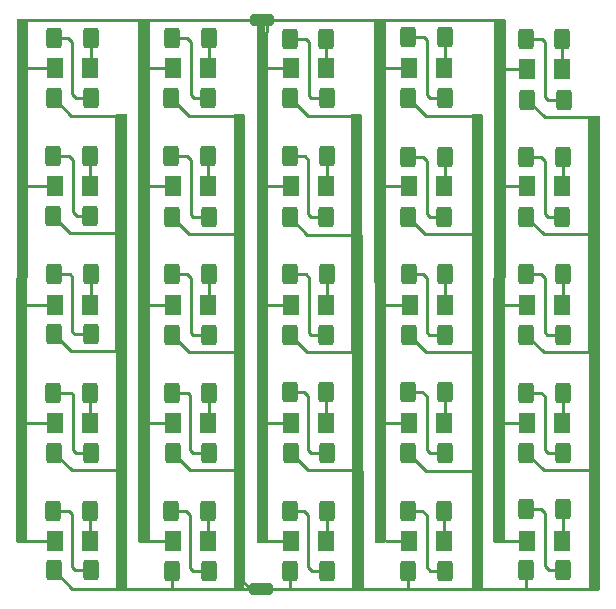
<source format=gtl>
G04 #@! TF.GenerationSoftware,KiCad,Pcbnew,7.0.8*
G04 #@! TF.CreationDate,2024-03-09T11:55:45+01:00*
G04 #@! TF.ProjectId,v2-raster,76322d72-6173-4746-9572-2e6b69636164,rev?*
G04 #@! TF.SameCoordinates,Original*
G04 #@! TF.FileFunction,Copper,L1,Top*
G04 #@! TF.FilePolarity,Positive*
%FSLAX46Y46*%
G04 Gerber Fmt 4.6, Leading zero omitted, Abs format (unit mm)*
G04 Created by KiCad (PCBNEW 7.0.8) date 2024-03-09 11:55:45*
%MOMM*%
%LPD*%
G01*
G04 APERTURE LIST*
G04 Aperture macros list*
%AMRoundRect*
0 Rectangle with rounded corners*
0 $1 Rounding radius*
0 $2 $3 $4 $5 $6 $7 $8 $9 X,Y pos of 4 corners*
0 Add a 4 corners polygon primitive as box body*
4,1,4,$2,$3,$4,$5,$6,$7,$8,$9,$2,$3,0*
0 Add four circle primitives for the rounded corners*
1,1,$1+$1,$2,$3*
1,1,$1+$1,$4,$5*
1,1,$1+$1,$6,$7*
1,1,$1+$1,$8,$9*
0 Add four rect primitives between the rounded corners*
20,1,$1+$1,$2,$3,$4,$5,0*
20,1,$1+$1,$4,$5,$6,$7,0*
20,1,$1+$1,$6,$7,$8,$9,0*
20,1,$1+$1,$8,$9,$2,$3,0*%
G04 Aperture macros list end*
G04 #@! TA.AperFunction,SMDPad,CuDef*
%ADD10RoundRect,0.250000X-0.400000X-0.625000X0.400000X-0.625000X0.400000X0.625000X-0.400000X0.625000X0*%
G04 #@! TD*
G04 #@! TA.AperFunction,SMDPad,CuDef*
%ADD11RoundRect,0.250001X-0.462499X-0.624999X0.462499X-0.624999X0.462499X0.624999X-0.462499X0.624999X0*%
G04 #@! TD*
G04 #@! TA.AperFunction,SMDPad,CuDef*
%ADD12RoundRect,0.250000X0.750000X-0.250000X0.750000X0.250000X-0.750000X0.250000X-0.750000X-0.250000X0*%
G04 #@! TD*
G04 #@! TA.AperFunction,Conductor*
%ADD13C,0.250000*%
G04 #@! TD*
G04 APERTURE END LIST*
D10*
X103400000Y-72450000D03*
X106500000Y-72450000D03*
X103450000Y-87500000D03*
X106550000Y-87500000D03*
D11*
X103512500Y-75000000D03*
X106487500Y-75000000D03*
D12*
X121000000Y-109050000D03*
D10*
X133450000Y-107550000D03*
X136550000Y-107550000D03*
D11*
X133512500Y-64950000D03*
X136487500Y-64950000D03*
X133512500Y-105000000D03*
X136487500Y-105000000D03*
D10*
X103450000Y-62400000D03*
X106550000Y-62400000D03*
X113450000Y-107550000D03*
X116550000Y-107550000D03*
D11*
X143512500Y-105000000D03*
X146487500Y-105000000D03*
X103512500Y-65000000D03*
X106487500Y-65000000D03*
D12*
X121100000Y-60900000D03*
D10*
X113450000Y-92450000D03*
X116550000Y-92450000D03*
X103450000Y-67550000D03*
X106550000Y-67550000D03*
D11*
X123512500Y-75000000D03*
X126487500Y-75000000D03*
D10*
X123450000Y-107550000D03*
X126550000Y-107550000D03*
D11*
X103512500Y-95000000D03*
X106487500Y-95000000D03*
X133512500Y-95000000D03*
X136487500Y-95000000D03*
D10*
X123400000Y-92400000D03*
X126500000Y-92400000D03*
D11*
X143512500Y-75000000D03*
X146487500Y-75000000D03*
D10*
X133450000Y-97600000D03*
X136550000Y-97600000D03*
X123450000Y-72450000D03*
X126550000Y-72450000D03*
X123450000Y-82450000D03*
X126550000Y-82450000D03*
D11*
X143512500Y-65050000D03*
X146487500Y-65050000D03*
D10*
X103400000Y-77500000D03*
X106500000Y-77500000D03*
X113450000Y-62450000D03*
X116550000Y-62450000D03*
D11*
X113512500Y-65000000D03*
X116487500Y-65000000D03*
X123512500Y-65000000D03*
X126487500Y-65000000D03*
D10*
X113400000Y-72450000D03*
X116500000Y-72450000D03*
X133450000Y-62350000D03*
X136550000Y-62350000D03*
X143500000Y-67650000D03*
X146600000Y-67650000D03*
D11*
X123512500Y-85000000D03*
X126487500Y-85000000D03*
X123512500Y-95000000D03*
X126487500Y-95000000D03*
D10*
X143400000Y-77550000D03*
X146500000Y-77550000D03*
X113400000Y-102450000D03*
X116500000Y-102450000D03*
X143450000Y-82450000D03*
X146550000Y-82450000D03*
X143400000Y-62500000D03*
X146500000Y-62500000D03*
X103450000Y-97550000D03*
X106550000Y-97550000D03*
X123400000Y-87550000D03*
X126500000Y-87550000D03*
X143450000Y-97550000D03*
X146550000Y-97550000D03*
X133400000Y-77600000D03*
X136500000Y-77600000D03*
X123400000Y-62500000D03*
X126500000Y-62500000D03*
X143450000Y-87550000D03*
X146550000Y-87550000D03*
X123450000Y-102450000D03*
X126550000Y-102450000D03*
D11*
X143512500Y-85000000D03*
X146487500Y-85000000D03*
D10*
X143450000Y-72500000D03*
X146550000Y-72500000D03*
X143450000Y-107500000D03*
X146550000Y-107500000D03*
X133500000Y-82450000D03*
X136600000Y-82450000D03*
D11*
X133512500Y-75000000D03*
X136487500Y-75000000D03*
D10*
X133450000Y-67550000D03*
X136550000Y-67550000D03*
X103450000Y-82450000D03*
X106550000Y-82450000D03*
X123450000Y-67550000D03*
X126550000Y-67550000D03*
D11*
X113512500Y-95000000D03*
X116487500Y-95000000D03*
X123512500Y-105000000D03*
X126487500Y-105000000D03*
X113512500Y-85000000D03*
X116487500Y-85000000D03*
D10*
X113450000Y-77600000D03*
X116550000Y-77600000D03*
X113500000Y-97550000D03*
X116600000Y-97550000D03*
X123500000Y-97550000D03*
X126600000Y-97550000D03*
D11*
X143512500Y-95000000D03*
X146487500Y-95000000D03*
D10*
X143450000Y-102300000D03*
X146550000Y-102300000D03*
X113450000Y-82450000D03*
X116550000Y-82450000D03*
D11*
X103512500Y-85000000D03*
X106487500Y-85000000D03*
X103512500Y-105000000D03*
X106487500Y-105000000D03*
X133562500Y-85000000D03*
X136537500Y-85000000D03*
X113512500Y-75000000D03*
X116487500Y-75000000D03*
D10*
X133500000Y-87550000D03*
X136600000Y-87550000D03*
X143450000Y-92450000D03*
X146550000Y-92450000D03*
X113400000Y-67550000D03*
X116500000Y-67550000D03*
X103450000Y-107500000D03*
X106550000Y-107500000D03*
X133450000Y-72500000D03*
X136550000Y-72500000D03*
X103400000Y-92450000D03*
X106500000Y-92450000D03*
X133400000Y-102450000D03*
X136500000Y-102450000D03*
X123400000Y-77600000D03*
X126500000Y-77600000D03*
X133450000Y-92400000D03*
X136550000Y-92400000D03*
D11*
X113512500Y-105000000D03*
X116487500Y-105000000D03*
D10*
X103400000Y-102450000D03*
X106500000Y-102450000D03*
X113450000Y-87550000D03*
X116550000Y-87550000D03*
D13*
X119380000Y-108356400D02*
X119227600Y-108356400D01*
X120073600Y-109050000D02*
X119380000Y-108356400D01*
X121000000Y-109050000D02*
X120073600Y-109050000D01*
X113512500Y-105000000D02*
X111450000Y-105000000D01*
X100550000Y-95000000D02*
X100500000Y-95050000D01*
X121100000Y-60900000D02*
X120750000Y-61250000D01*
X133512500Y-105000000D02*
X131550000Y-105000000D01*
X123512500Y-75000000D02*
X121200000Y-75000000D01*
X133562500Y-85000000D02*
X131150000Y-85000000D01*
X113512500Y-65000000D02*
X111150000Y-65000000D01*
X123512500Y-95000000D02*
X121300000Y-95000000D01*
X133512500Y-75000000D02*
X131150000Y-75000000D01*
X123512500Y-105000000D02*
X121000000Y-105000000D01*
X120850000Y-60950000D02*
X100750000Y-60950000D01*
X111250000Y-75000000D02*
X111200000Y-75050000D01*
X103512500Y-105000000D02*
X100500000Y-105000000D01*
X123512500Y-85000000D02*
X121250000Y-85000000D01*
X103512500Y-75000000D02*
X100600000Y-75000000D01*
X143512500Y-85000000D02*
X141550000Y-85000000D01*
X141100000Y-60950000D02*
X141250000Y-61100000D01*
X143512500Y-95000000D02*
X141200000Y-95000000D01*
X143512500Y-65050000D02*
X141550000Y-65050000D01*
X103512500Y-85000000D02*
X100500000Y-85000000D01*
X103512500Y-65000000D02*
X100850000Y-65000000D01*
X113512500Y-85000000D02*
X111300000Y-85000000D01*
X121450000Y-61250000D02*
X121450000Y-61900000D01*
X120750000Y-61250000D02*
X120750000Y-61950000D01*
X133512500Y-95000000D02*
X131100000Y-95000000D01*
X131200000Y-64950000D02*
X131100000Y-65050000D01*
X141350000Y-105000000D02*
X143512500Y-105000000D01*
X121100000Y-60900000D02*
X121450000Y-61250000D01*
X123512500Y-65000000D02*
X121100000Y-65000000D01*
X113512500Y-75000000D02*
X111250000Y-75000000D01*
X113512500Y-95000000D02*
X111400000Y-95000000D01*
X103512500Y-95000000D02*
X100550000Y-95000000D01*
X120850000Y-60950000D02*
X141100000Y-60950000D01*
X143512500Y-75000000D02*
X141200000Y-75000000D01*
X133512500Y-64950000D02*
X131200000Y-64950000D01*
X106550000Y-64937500D02*
X106487500Y-65000000D01*
X106550000Y-62400000D02*
X106550000Y-64937500D01*
X106500000Y-74987500D02*
X106487500Y-75000000D01*
X106500000Y-72450000D02*
X106500000Y-74987500D01*
X106550000Y-82450000D02*
X106550000Y-84937500D01*
X106550000Y-84937500D02*
X106487500Y-85000000D01*
X106500000Y-94987500D02*
X106487500Y-95000000D01*
X106500000Y-92450000D02*
X106500000Y-94987500D01*
X106500000Y-104987500D02*
X106487500Y-105000000D01*
X106500000Y-102450000D02*
X106500000Y-104987500D01*
X116550000Y-64937500D02*
X116487500Y-65000000D01*
X116550000Y-62450000D02*
X116550000Y-64937500D01*
X116500000Y-72450000D02*
X116500000Y-74987500D01*
X116500000Y-74987500D02*
X116487500Y-75000000D01*
X116550000Y-82450000D02*
X116550000Y-84937500D01*
X116550000Y-84937500D02*
X116487500Y-85000000D01*
X116550000Y-92450000D02*
X116550000Y-94937500D01*
X116550000Y-94937500D02*
X116487500Y-95000000D01*
X116487500Y-105000000D02*
X116487500Y-102462500D01*
X116487500Y-102462500D02*
X116500000Y-102450000D01*
X126500000Y-62500000D02*
X126500000Y-64987500D01*
X126500000Y-64987500D02*
X126487500Y-65000000D01*
X126550000Y-72450000D02*
X126550000Y-74937500D01*
X126550000Y-74937500D02*
X126487500Y-75000000D01*
X126550000Y-82450000D02*
X126550000Y-84937500D01*
X126550000Y-84937500D02*
X126487500Y-85000000D01*
X126500000Y-92400000D02*
X126500000Y-94987500D01*
X126500000Y-94987500D02*
X126487500Y-95000000D01*
X126550000Y-102450000D02*
X126550000Y-104937500D01*
X126550000Y-104937500D02*
X126487500Y-105000000D01*
X136550000Y-62350000D02*
X136550000Y-64887500D01*
X136550000Y-64887500D02*
X136487500Y-64950000D01*
X136550000Y-74937500D02*
X136487500Y-75000000D01*
X136550000Y-72500000D02*
X136550000Y-74937500D01*
X136600000Y-82450000D02*
X136600000Y-84937500D01*
X136600000Y-84937500D02*
X136537500Y-85000000D01*
X136550000Y-94937500D02*
X136487500Y-95000000D01*
X136550000Y-92400000D02*
X136550000Y-94937500D01*
X136500000Y-104987500D02*
X136487500Y-105000000D01*
X136500000Y-102450000D02*
X136500000Y-104987500D01*
X104950000Y-67150000D02*
X104950000Y-62750000D01*
X104950000Y-62750000D02*
X104600000Y-62400000D01*
X105350000Y-67550000D02*
X104950000Y-67150000D01*
X104600000Y-62400000D02*
X103450000Y-62400000D01*
X106550000Y-67550000D02*
X105350000Y-67550000D01*
X105400000Y-77500000D02*
X105050000Y-77150000D01*
X106500000Y-77500000D02*
X105400000Y-77500000D01*
X105050000Y-72800000D02*
X104700000Y-72450000D01*
X104700000Y-72450000D02*
X103400000Y-72450000D01*
X105050000Y-77150000D02*
X105050000Y-72800000D01*
X105200000Y-87500000D02*
X105000000Y-87300000D01*
X105000000Y-82650000D02*
X104800000Y-82450000D01*
X105000000Y-87300000D02*
X105000000Y-82650000D01*
X106550000Y-87500000D02*
X105200000Y-87500000D01*
X104800000Y-82450000D02*
X103450000Y-82450000D01*
X105300000Y-97550000D02*
X105050000Y-97300000D01*
X106550000Y-97550000D02*
X105300000Y-97550000D01*
X105050000Y-92600000D02*
X104900000Y-92450000D01*
X104900000Y-92450000D02*
X103400000Y-92450000D01*
X105050000Y-97300000D02*
X105050000Y-92600000D01*
X105000000Y-102700000D02*
X104750000Y-102450000D01*
X106550000Y-107500000D02*
X105250000Y-107500000D01*
X104750000Y-102450000D02*
X103400000Y-102450000D01*
X105000000Y-107250000D02*
X105000000Y-102700000D01*
X105250000Y-107500000D02*
X105000000Y-107250000D01*
X115050000Y-62800000D02*
X114700000Y-62450000D01*
X115300000Y-67550000D02*
X115050000Y-67300000D01*
X116500000Y-67550000D02*
X115300000Y-67550000D01*
X114700000Y-62450000D02*
X113450000Y-62450000D01*
X115050000Y-67300000D02*
X115050000Y-62800000D01*
X115250000Y-77600000D02*
X115050000Y-77400000D01*
X114750000Y-72450000D02*
X113400000Y-72450000D01*
X115050000Y-77400000D02*
X115050000Y-72750000D01*
X115050000Y-72750000D02*
X114750000Y-72450000D01*
X116550000Y-77600000D02*
X115250000Y-77600000D01*
X115050000Y-82750000D02*
X114750000Y-82450000D01*
X115050000Y-87400000D02*
X115050000Y-82750000D01*
X116550000Y-87550000D02*
X115200000Y-87550000D01*
X115200000Y-87550000D02*
X115050000Y-87400000D01*
X114750000Y-82450000D02*
X113450000Y-82450000D01*
X115000000Y-92650000D02*
X114800000Y-92450000D01*
X115000000Y-97350000D02*
X115000000Y-92650000D01*
X115200000Y-97550000D02*
X115000000Y-97350000D01*
X114800000Y-92450000D02*
X113450000Y-92450000D01*
X116600000Y-97550000D02*
X115200000Y-97550000D01*
X116550000Y-107550000D02*
X115250000Y-107550000D01*
X115000000Y-107300000D02*
X115000000Y-102800000D01*
X115250000Y-107550000D02*
X115000000Y-107300000D01*
X115000000Y-102800000D02*
X114650000Y-102450000D01*
X114650000Y-102450000D02*
X113400000Y-102450000D01*
X125050000Y-62750000D02*
X124800000Y-62500000D01*
X125050000Y-67350000D02*
X125050000Y-62750000D01*
X126550000Y-67550000D02*
X125250000Y-67550000D01*
X124800000Y-62500000D02*
X123400000Y-62500000D01*
X125250000Y-67550000D02*
X125050000Y-67350000D01*
X124700000Y-72450000D02*
X123450000Y-72450000D01*
X126500000Y-77600000D02*
X125250000Y-77600000D01*
X125000000Y-72750000D02*
X124700000Y-72450000D01*
X125250000Y-77600000D02*
X125000000Y-77350000D01*
X125000000Y-77350000D02*
X125000000Y-72750000D01*
X126500000Y-87550000D02*
X125200000Y-87550000D01*
X125200000Y-87550000D02*
X125050000Y-87400000D01*
X125050000Y-87400000D02*
X125050000Y-82750000D01*
X125050000Y-82750000D02*
X124750000Y-82450000D01*
X124750000Y-82450000D02*
X123450000Y-82450000D01*
X125000000Y-92750000D02*
X124650000Y-92400000D01*
X126600000Y-97550000D02*
X125250000Y-97550000D01*
X125000000Y-97300000D02*
X125000000Y-92750000D01*
X125250000Y-97550000D02*
X125000000Y-97300000D01*
X124650000Y-92400000D02*
X123400000Y-92400000D01*
X126550000Y-107550000D02*
X125300000Y-107550000D01*
X124650000Y-102450000D02*
X123450000Y-102450000D01*
X125300000Y-107550000D02*
X125000000Y-107250000D01*
X125000000Y-107250000D02*
X125000000Y-102800000D01*
X125000000Y-102800000D02*
X124650000Y-102450000D01*
X135050000Y-67300000D02*
X135050000Y-62600000D01*
X135050000Y-62600000D02*
X134800000Y-62350000D01*
X136550000Y-67550000D02*
X135300000Y-67550000D01*
X134800000Y-62350000D02*
X133450000Y-62350000D01*
X135300000Y-67550000D02*
X135050000Y-67300000D01*
X135050000Y-77350000D02*
X135050000Y-72850000D01*
X135050000Y-72850000D02*
X134700000Y-72500000D01*
X136500000Y-77600000D02*
X135300000Y-77600000D01*
X134700000Y-72500000D02*
X133450000Y-72500000D01*
X135300000Y-77600000D02*
X135050000Y-77350000D01*
X134700000Y-82450000D02*
X133500000Y-82450000D01*
X136600000Y-87550000D02*
X135200000Y-87550000D01*
X135000000Y-82750000D02*
X134700000Y-82450000D01*
X135000000Y-87350000D02*
X135000000Y-82750000D01*
X135200000Y-87550000D02*
X135000000Y-87350000D01*
X134650000Y-92400000D02*
X133450000Y-92400000D01*
X135000000Y-97350000D02*
X135000000Y-92750000D01*
X135000000Y-92750000D02*
X134650000Y-92400000D01*
X135250000Y-97600000D02*
X135000000Y-97350000D01*
X136550000Y-97600000D02*
X135250000Y-97600000D01*
X134600000Y-102450000D02*
X133400000Y-102450000D01*
X135300000Y-107550000D02*
X135000000Y-107250000D01*
X135000000Y-102850000D02*
X134600000Y-102450000D01*
X135000000Y-107250000D02*
X135000000Y-102850000D01*
X136550000Y-107550000D02*
X135300000Y-107550000D01*
X146500000Y-65037500D02*
X146487500Y-65050000D01*
X146500000Y-62500000D02*
X146500000Y-65037500D01*
X146550000Y-72500000D02*
X146550000Y-74937500D01*
X146550000Y-74937500D02*
X146487500Y-75000000D01*
X146550000Y-82450000D02*
X146550000Y-84937500D01*
X146550000Y-84937500D02*
X146487500Y-85000000D01*
X146550000Y-94937500D02*
X146487500Y-95000000D01*
X146550000Y-92450000D02*
X146550000Y-94937500D01*
X146550000Y-104937500D02*
X146487500Y-105000000D01*
X146550000Y-102300000D02*
X146550000Y-104937500D01*
X146600000Y-67650000D02*
X145250000Y-67650000D01*
X145250000Y-67650000D02*
X145050000Y-67450000D01*
X145050000Y-62800000D02*
X144750000Y-62500000D01*
X144750000Y-62500000D02*
X143400000Y-62500000D01*
X145050000Y-67450000D02*
X145050000Y-62800000D01*
X146500000Y-77550000D02*
X145250000Y-77550000D01*
X145050000Y-77350000D02*
X145050000Y-72850000D01*
X144700000Y-72500000D02*
X143450000Y-72500000D01*
X145250000Y-77550000D02*
X145050000Y-77350000D01*
X145050000Y-72850000D02*
X144700000Y-72500000D01*
X145000000Y-87350000D02*
X145000000Y-82750000D01*
X145200000Y-87550000D02*
X145000000Y-87350000D01*
X145000000Y-82750000D02*
X144700000Y-82450000D01*
X146550000Y-87550000D02*
X145200000Y-87550000D01*
X144700000Y-82450000D02*
X143450000Y-82450000D01*
X145000000Y-97300000D02*
X145000000Y-92750000D01*
X144700000Y-92450000D02*
X143450000Y-92450000D01*
X145000000Y-92750000D02*
X144700000Y-92450000D01*
X145250000Y-97550000D02*
X145000000Y-97300000D01*
X146550000Y-97550000D02*
X145250000Y-97550000D01*
X145350000Y-107500000D02*
X145000000Y-107150000D01*
X145000000Y-107150000D02*
X145000000Y-102650000D01*
X144650000Y-102300000D02*
X143450000Y-102300000D01*
X146550000Y-107500000D02*
X145350000Y-107500000D01*
X145000000Y-102650000D02*
X144650000Y-102300000D01*
X143450000Y-87550000D02*
X144900000Y-89000000D01*
X125000000Y-99050000D02*
X129200000Y-99050000D01*
X134950000Y-89000000D02*
X139400000Y-89000000D01*
X115000000Y-99050000D02*
X119100000Y-99050000D01*
X143450000Y-109050000D02*
X149500000Y-109050000D01*
X103450000Y-107500000D02*
X105000000Y-109050000D01*
X123450000Y-67550000D02*
X124950000Y-69050000D01*
X143400000Y-77550000D02*
X144900000Y-79050000D01*
X133450000Y-109050000D02*
X143450000Y-109050000D01*
X103450000Y-67550000D02*
X104900000Y-69000000D01*
X143450000Y-97550000D02*
X144950000Y-99050000D01*
X124850000Y-89000000D02*
X129150000Y-89000000D01*
X113450000Y-87550000D02*
X114900000Y-89000000D01*
X103400000Y-67600000D02*
X103450000Y-67550000D01*
X113450000Y-109050000D02*
X120900000Y-109050000D01*
X114900000Y-89000000D02*
X119200000Y-89000000D01*
X103450000Y-97550000D02*
X104950000Y-99050000D01*
X105000000Y-109050000D02*
X113450000Y-109050000D01*
X144900000Y-79050000D02*
X149450000Y-79050000D01*
X144900000Y-89000000D02*
X149450000Y-89000000D01*
X143450000Y-107500000D02*
X143450000Y-109050000D01*
X113400000Y-67550000D02*
X114900000Y-69050000D01*
X123450000Y-109050000D02*
X133450000Y-109050000D01*
X120900000Y-109050000D02*
X123450000Y-109050000D01*
X144950000Y-99050000D02*
X149450000Y-99050000D01*
X123500000Y-97550000D02*
X125000000Y-99050000D01*
X114900000Y-69050000D02*
X119200000Y-69050000D01*
X143500000Y-67650000D02*
X145000000Y-69150000D01*
X133450000Y-107550000D02*
X133450000Y-109050000D01*
X124950000Y-69050000D02*
X129150000Y-69050000D01*
X134950000Y-69050000D02*
X139200000Y-69050000D01*
X114900000Y-79050000D02*
X119200000Y-79050000D01*
X145000000Y-69150000D02*
X149400000Y-69150000D01*
X113450000Y-77600000D02*
X114900000Y-79050000D01*
X103450000Y-87500000D02*
X104900000Y-88950000D01*
X134950000Y-99100000D02*
X139200000Y-99100000D01*
X103400000Y-77500000D02*
X104850000Y-78950000D01*
X133450000Y-67550000D02*
X134950000Y-69050000D01*
X124900000Y-79100000D02*
X129100000Y-79100000D01*
X104900000Y-88950000D02*
X109150000Y-88950000D01*
X149500000Y-109050000D02*
X149550000Y-109000000D01*
X123400000Y-87550000D02*
X124850000Y-89000000D01*
X134850000Y-79050000D02*
X139400000Y-79050000D01*
X123400000Y-77600000D02*
X124900000Y-79100000D01*
X104950000Y-99050000D02*
X109250000Y-99050000D01*
X113500000Y-97550000D02*
X115000000Y-99050000D01*
X104900000Y-69000000D02*
X109450000Y-69000000D01*
X104850000Y-78950000D02*
X108950000Y-78950000D01*
X113450000Y-107550000D02*
X113450000Y-109050000D01*
X123450000Y-107550000D02*
X123450000Y-109050000D01*
X133450000Y-97600000D02*
X134950000Y-99100000D01*
X133400000Y-77600000D02*
X134850000Y-79050000D01*
X133500000Y-87550000D02*
X134950000Y-89000000D01*
G04 #@! TA.AperFunction,Conductor*
G36*
X111493039Y-60819685D02*
G01*
X111538794Y-60872489D01*
X111550000Y-60924000D01*
X111550000Y-105026000D01*
X111530315Y-105093039D01*
X111477511Y-105138794D01*
X111426000Y-105150000D01*
X110723860Y-105150000D01*
X110656821Y-105130315D01*
X110611066Y-105077511D01*
X110599860Y-105026140D01*
X110550140Y-60924140D01*
X110569749Y-60857078D01*
X110622501Y-60811264D01*
X110674140Y-60800000D01*
X111426000Y-60800000D01*
X111493039Y-60819685D01*
G37*
G04 #@! TD.AperFunction*
G04 #@! TA.AperFunction,Conductor*
G36*
X119602523Y-68919685D02*
G01*
X119648278Y-68972489D01*
X119659484Y-69024000D01*
X119659484Y-108293569D01*
X119641023Y-108358665D01*
X119565645Y-108480871D01*
X119565641Y-108480880D01*
X119510494Y-108647302D01*
X119510493Y-108647309D01*
X119500000Y-108750013D01*
X119500000Y-108750025D01*
X119500001Y-108925999D01*
X119480317Y-108993039D01*
X119427513Y-109038794D01*
X119376001Y-109050000D01*
X118833330Y-109050000D01*
X118766291Y-109030315D01*
X118720536Y-108977511D01*
X118709330Y-108926154D01*
X118659639Y-69024154D01*
X118679240Y-68957090D01*
X118731987Y-68911270D01*
X118783639Y-68900000D01*
X119535484Y-68900000D01*
X119602523Y-68919685D01*
G37*
G04 #@! TD.AperFunction*
G04 #@! TA.AperFunction,Conductor*
G36*
X131501080Y-60819213D02*
G01*
X131546835Y-60872017D01*
X131558041Y-60923528D01*
X131558041Y-105025528D01*
X131538356Y-105092567D01*
X131485552Y-105138322D01*
X131434041Y-105149528D01*
X130731901Y-105149528D01*
X130664862Y-105129843D01*
X130619107Y-105077039D01*
X130607901Y-105025668D01*
X130558181Y-60923668D01*
X130577790Y-60856606D01*
X130630542Y-60810792D01*
X130682181Y-60799528D01*
X131434041Y-60799528D01*
X131501080Y-60819213D01*
G37*
G04 #@! TD.AperFunction*
G04 #@! TA.AperFunction,Conductor*
G36*
X101192899Y-60819685D02*
G01*
X101238654Y-60872489D01*
X101249860Y-60924140D01*
X101200140Y-105026140D01*
X101180380Y-105093157D01*
X101127524Y-105138852D01*
X101076140Y-105150000D01*
X100374140Y-105150000D01*
X100307101Y-105130315D01*
X100261346Y-105077511D01*
X100250140Y-105025860D01*
X100299860Y-60923860D01*
X100319620Y-60856843D01*
X100372476Y-60811148D01*
X100423860Y-60800000D01*
X101125860Y-60800000D01*
X101192899Y-60819685D01*
G37*
G04 #@! TD.AperFunction*
G04 #@! TA.AperFunction,Conductor*
G36*
X141650800Y-60819213D02*
G01*
X141696555Y-60872017D01*
X141707761Y-60923808D01*
X141608320Y-105025808D01*
X141588484Y-105092803D01*
X141535577Y-105138438D01*
X141484320Y-105149528D01*
X140782181Y-105149528D01*
X140715142Y-105129843D01*
X140669387Y-105077039D01*
X140658181Y-105025388D01*
X140707901Y-60923388D01*
X140727661Y-60856371D01*
X140780517Y-60810676D01*
X140831901Y-60799528D01*
X141583761Y-60799528D01*
X141650800Y-60819213D01*
G37*
G04 #@! TD.AperFunction*
G04 #@! TA.AperFunction,Conductor*
G36*
X149645092Y-69019123D02*
G01*
X149690847Y-69071927D01*
X149702053Y-69123438D01*
X149702053Y-109025438D01*
X149682368Y-109092477D01*
X149629564Y-109138232D01*
X149578053Y-109149438D01*
X148875899Y-109149438D01*
X148808860Y-109129753D01*
X148763105Y-109076949D01*
X148751899Y-109025592D01*
X148702208Y-69123592D01*
X148721809Y-69056528D01*
X148774556Y-69010708D01*
X148826208Y-68999438D01*
X149578053Y-68999438D01*
X149645092Y-69019123D01*
G37*
G04 #@! TD.AperFunction*
G04 #@! TA.AperFunction,Conductor*
G36*
X139752369Y-68919685D02*
G01*
X139798124Y-68972489D01*
X139809330Y-69024154D01*
X139759638Y-109026154D01*
X139739870Y-109093169D01*
X139687009Y-109138858D01*
X139635638Y-109150000D01*
X138933484Y-109150000D01*
X138866445Y-109130315D01*
X138820690Y-109077511D01*
X138809484Y-109026000D01*
X138809484Y-69024000D01*
X138829169Y-68956961D01*
X138881973Y-68911206D01*
X138933484Y-68900000D01*
X139685330Y-68900000D01*
X139752369Y-68919685D01*
G37*
G04 #@! TD.AperFunction*
G04 #@! TA.AperFunction,Conductor*
G36*
X121350000Y-61899999D02*
G01*
X121483968Y-61899999D01*
X121551007Y-61919684D01*
X121596762Y-61972488D01*
X121607968Y-62024143D01*
X121558184Y-105025672D01*
X121538422Y-105092688D01*
X121485565Y-105138382D01*
X121434184Y-105149528D01*
X120732043Y-105149528D01*
X120665004Y-105129843D01*
X120619249Y-105077039D01*
X120608043Y-105025526D01*
X120608827Y-62023997D01*
X120628513Y-61956958D01*
X120681318Y-61911204D01*
X120732827Y-61899999D01*
X120850000Y-61899999D01*
X120850000Y-61270328D01*
X121350000Y-61270328D01*
X121350000Y-61899999D01*
G37*
G04 #@! TD.AperFunction*
G04 #@! TA.AperFunction,Conductor*
G36*
X109594482Y-68869685D02*
G01*
X109640237Y-68922489D01*
X109651443Y-68974000D01*
X109651443Y-109026000D01*
X109631758Y-109093039D01*
X109578954Y-109138794D01*
X109527443Y-109150000D01*
X108825289Y-109150000D01*
X108758250Y-109130315D01*
X108712495Y-109077511D01*
X108701289Y-109026154D01*
X108651597Y-68974154D01*
X108671198Y-68907090D01*
X108723946Y-68861270D01*
X108775597Y-68850000D01*
X109527443Y-68850000D01*
X109594482Y-68869685D01*
G37*
G04 #@! TD.AperFunction*
G04 #@! TA.AperFunction,Conductor*
G36*
X129502831Y-68919685D02*
G01*
X129548586Y-68972489D01*
X129559792Y-69023692D01*
X129659175Y-108975692D01*
X129639657Y-109042780D01*
X129586967Y-109088666D01*
X129535175Y-109100000D01*
X128833022Y-109100000D01*
X128765983Y-109080315D01*
X128720228Y-109027511D01*
X128709023Y-108976463D01*
X128559948Y-69024463D01*
X128579382Y-68957350D01*
X128632015Y-68911399D01*
X128683947Y-68900000D01*
X129435792Y-68900000D01*
X129502831Y-68919685D01*
G37*
G04 #@! TD.AperFunction*
M02*

</source>
